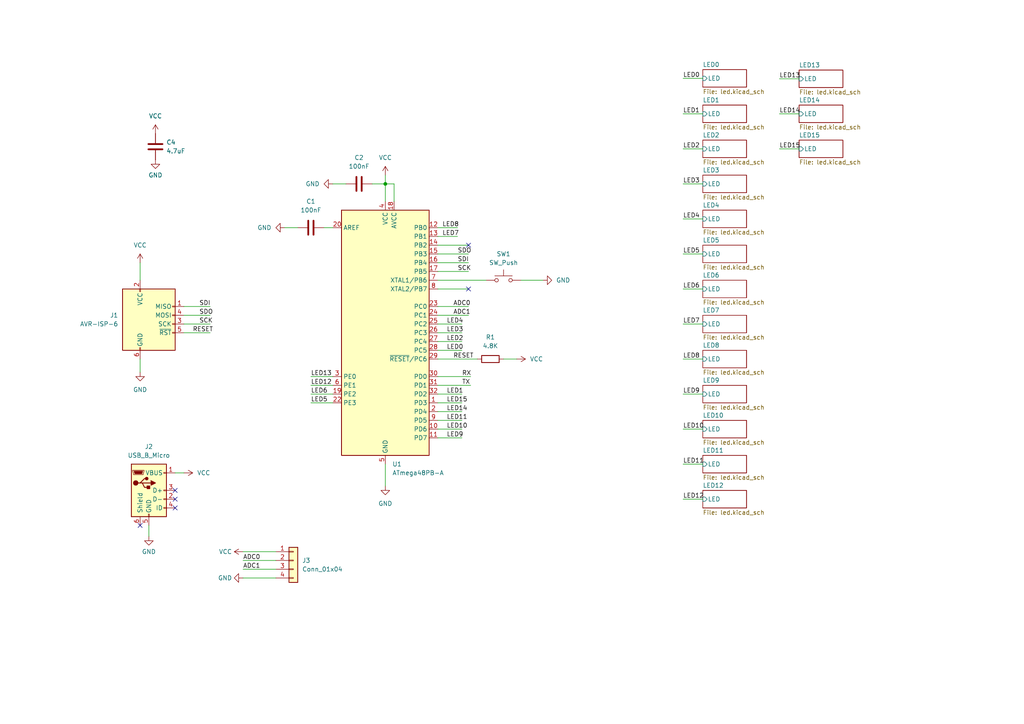
<source format=kicad_sch>
(kicad_sch (version 20211123) (generator eeschema)
  (paper "A4")
  (title_block (title "SMT For You and Me, VU meter project board") (rev "2") (company "NYC Resistor") (comment 1 "COPY < IT > RIGHT"))
  (lib_symbols
    (symbol "Connector:AVR-ISP-6" (pin_names (offset 1.016))
      (property "Reference" "J" (at -6.35 11.43 0))
      (property "Value" "AVR-ISP-6" (at 0 11.43 0))
      (symbol "AVR-ISP-6_0_1"
        (rectangle (start -2.667 -6.858) (end -2.413 -7.62))
        (rectangle (start -2.667 10.16) (end -2.413 9.398))
        (rectangle (start 7.62 -2.413) (end 6.858 -2.667))
        (rectangle (start 7.62 0.127) (end 6.858 -0.127))
        (rectangle (start 7.62 2.667) (end 6.858 2.413))
        (rectangle (start 7.62 5.207) (end 6.858 4.953))
        (rectangle (start 7.62 10.16) (end -7.62 -7.62) (stroke (width 0.254)) (fill (type background)))
      )
      (symbol "AVR-ISP-6_1_1"
        (pin passive line (at 10.16 5.08 180) (length 2.54) (name "MISO") (number "1"))
        (pin passive line (at -2.54 12.7 270) (length 2.54) (name "VCC") (number "2"))
        (pin passive line (at 10.16 0 180) (length 2.54) (name "SCK") (number "3"))
        (pin passive line (at 10.16 2.54 180) (length 2.54) (name "MOSI") (number "4"))
        (pin passive line (at 10.16 -2.54 180) (length 2.54) (name "~{RST}") (number "5"))
        (pin passive line (at -2.54 -10.16 90) (length 2.54) (name "GND") (number "6"))
      )
    )
    (symbol "Connector:USB_B_Micro" (pin_names (offset 1.016))
      (property "Reference" "J" (at -5.08 11.43 0))
      (property "Value" "USB_B_Micro" (at -5.08 8.89 0))
      (symbol "USB_B_Micro_0_1"
        (rectangle (start -5.08 -7.62) (end 5.08 7.62) (stroke (width 0.254)) (fill (type background)))
        (circle (center -3.81 2.159) (radius 0.635) (stroke (width 0.254)) (fill (type outline)))
        (circle (center -0.635 3.429) (radius 0.381) (stroke (width 0.254)) (fill (type outline)))
        (rectangle (start -0.127 -7.62) (end 0.127 -6.858))
        (polyline (pts (xy -1.905 2.159) (xy 0.635 2.159)) (stroke (width 0.254)))
        (polyline (pts (xy -3.175 2.159) (xy -2.54 2.159) (xy -1.27 3.429) (xy -0.635 3.429)) (stroke (width 0.254)))
        (polyline (pts (xy -2.54 2.159) (xy -1.905 2.159) (xy -1.27 0.889) (xy 0 0.889)) (stroke (width 0.254)))
        (polyline (pts (xy 0.635 2.794) (xy 0.635 1.524) (xy 1.905 2.159) (xy 0.635 2.794)) (stroke (width 0.254)) (fill (type outline)))
        (polyline (pts (xy -4.318 5.588) (xy -1.778 5.588) (xy -2.032 4.826) (xy -4.064 4.826) (xy -4.318 5.588)) (fill (type outline)))
        (polyline (pts (xy -4.699 5.842) (xy -4.699 5.588) (xy -4.445 4.826) (xy -4.445 4.572) (xy -1.651 4.572) (xy -1.651 4.826) (xy -1.397 5.588) (xy -1.397 5.842) (xy -4.699 5.842)))
        (rectangle (start 0.254 1.27) (end -0.508 0.508) (stroke (width 0.254)) (fill (type outline)))
        (rectangle (start 5.08 -5.207) (end 4.318 -4.953))
        (rectangle (start 5.08 -2.667) (end 4.318 -2.413))
        (rectangle (start 5.08 -0.127) (end 4.318 0.127))
        (rectangle (start 5.08 4.953) (end 4.318 5.207))
      )
      (symbol "USB_B_Micro_1_1"
        (pin power_out line (at 7.62 5.08 180) (length 2.54) (name "VBUS") (number "1"))
        (pin bidirectional line (at 7.62 -2.54 180) (length 2.54) (name "D-") (number "2"))
        (pin bidirectional line (at 7.62 0 180) (length 2.54) (name "D+") (number "3"))
        (pin passive line (at 7.62 -5.08 180) (length 2.54) (name "ID") (number "4"))
        (pin power_out line (at 0 -10.16 90) (length 2.54) (name "GND") (number "5"))
        (pin passive line (at -2.54 -10.16 90) (length 2.54) (name "Shield") (number "6"))
      )
    )
    (symbol "Connector_Generic:Conn_01x04" (pin_names (offset 1.016) hide)
      (property "Reference" "J" (at 0 5.08 0))
      (property "Value" "Conn_01x04" (at 0 -7.62 0))
      (symbol "Conn_01x04_1_1"
        (rectangle (start -1.27 -4.953) (end 0 -5.207) (stroke (width 0.1524)))
        (rectangle (start -1.27 -2.413) (end 0 -2.667) (stroke (width 0.1524)))
        (rectangle (start -1.27 0.127) (end 0 -0.127) (stroke (width 0.1524)))
        (rectangle (start -1.27 2.667) (end 0 2.413) (stroke (width 0.1524)))
        (rectangle (start -1.27 3.81) (end 1.27 -6.35) (stroke (width 0.254)) (fill (type background)))
        (pin passive line (at -5.08 2.54 0) (length 3.81) (name "Pin_1") (number "1"))
        (pin passive line (at -5.08 0 0) (length 3.81) (name "Pin_2") (number "2"))
        (pin passive line (at -5.08 -2.54 0) (length 3.81) (name "Pin_3") (number "3"))
        (pin passive line (at -5.08 -5.08 0) (length 3.81) (name "Pin_4") (number "4"))
      )
    )
    (symbol "Device:C" (pin_numbers hide) (pin_names (offset 0.254))
      (property "Reference" "C" (at 0.635 2.54 0))
      (property "Value" "C" (at 0.635 -2.54 0))
      (symbol "C_0_1"
        (polyline (pts (xy -2.032 -0.762) (xy 2.032 -0.762)) (stroke (width 0.508)))
        (polyline (pts (xy -2.032 0.762) (xy 2.032 0.762)) (stroke (width 0.508)))
      )
      (symbol "C_1_1"
        (pin passive line (at 0 3.81 270) (length 2.794) (name "~") (number "1"))
        (pin passive line (at 0 -3.81 90) (length 2.794) (name "~") (number "2"))
      )
    )
    (symbol "Device:R" (pin_numbers hide) (pin_names (offset 0))
      (property "Reference" "R" (at 2.032 0 90))
      (property "Value" "R" (at 0 0 90))
      (symbol "R_0_1"
        (rectangle (start -1.016 -2.54) (end 1.016 2.54) (stroke (width 0.254)))
      )
      (symbol "R_1_1"
        (pin passive line (at 0 3.81 270) (length 1.27) (name "~") (number "1"))
        (pin passive line (at 0 -3.81 90) (length 1.27) (name "~") (number "2"))
      )
    )
    (symbol "MCU_Microchip_ATmega:ATmega48PB-A"
      (property "Reference" "U" (at -12.7 36.83 0))
      (property "Value" "ATmega48PB-A" (at 2.54 -36.83 0))
      (symbol "ATmega48PB-A_0_1"
        (rectangle (start -12.7 -35.56) (end 12.7 35.56) (stroke (width 0.254)) (fill (type background)))
      )
      (symbol "ATmega48PB-A_1_1"
        (pin bidirectional line (at 15.24 -20.32 180) (length 2.54) (name "PD3") (number "1"))
        (pin bidirectional line (at 15.24 -27.94 180) (length 2.54) (name "PD6") (number "10"))
        (pin bidirectional line (at 15.24 -30.48 180) (length 2.54) (name "PD7") (number "11"))
        (pin bidirectional line (at 15.24 30.48 180) (length 2.54) (name "PB0") (number "12"))
        (pin bidirectional line (at 15.24 27.94 180) (length 2.54) (name "PB1") (number "13"))
        (pin bidirectional line (at 15.24 25.4 180) (length 2.54) (name "PB2") (number "14"))
        (pin bidirectional line (at 15.24 22.86 180) (length 2.54) (name "PB3") (number "15"))
        (pin bidirectional line (at 15.24 20.32 180) (length 2.54) (name "PB4") (number "16"))
        (pin bidirectional line (at 15.24 17.78 180) (length 2.54) (name "PB5") (number "17"))
        (pin power_in line (at 2.54 38.1 270) (length 2.54) (name "AVCC") (number "18"))
        (pin bidirectional line (at -15.24 -17.78 0) (length 2.54) (name "PE2") (number "19"))
        (pin bidirectional line (at 15.24 -22.86 180) (length 2.54) (name "PD4") (number "2"))
        (pin passive line (at -15.24 30.48 0) (length 2.54) (name "AREF") (number "20"))
        (pin passive line (at 0 -38.1 90) (length 2.54) hide (name "GND") (number "21"))
        (pin bidirectional line (at -15.24 -20.32 0) (length 2.54) (name "PE3") (number "22"))
        (pin bidirectional line (at 15.24 7.62 180) (length 2.54) (name "PC0") (number "23"))
        (pin bidirectional line (at 15.24 5.08 180) (length 2.54) (name "PC1") (number "24"))
        (pin bidirectional line (at 15.24 2.54 180) (length 2.54) (name "PC2") (number "25"))
        (pin bidirectional line (at 15.24 0 180) (length 2.54) (name "PC3") (number "26"))
        (pin bidirectional line (at 15.24 -2.54 180) (length 2.54) (name "PC4") (number "27"))
        (pin bidirectional line (at 15.24 -5.08 180) (length 2.54) (name "PC5") (number "28"))
        (pin bidirectional line (at 15.24 -7.62 180) (length 2.54) (name "~{RESET}/PC6") (number "29"))
        (pin bidirectional line (at -15.24 -12.7 0) (length 2.54) (name "PE0") (number "3"))
        (pin bidirectional line (at 15.24 -12.7 180) (length 2.54) (name "PD0") (number "30"))
        (pin bidirectional line (at 15.24 -15.24 180) (length 2.54) (name "PD1") (number "31"))
        (pin bidirectional line (at 15.24 -17.78 180) (length 2.54) (name "PD2") (number "32"))
        (pin power_in line (at 0 38.1 270) (length 2.54) (name "VCC") (number "4"))
        (pin power_in line (at 0 -38.1 90) (length 2.54) (name "GND") (number "5"))
        (pin bidirectional line (at -15.24 -15.24 0) (length 2.54) (name "PE1") (number "6"))
        (pin bidirectional line (at 15.24 15.24 180) (length 2.54) (name "XTAL1/PB6") (number "7"))
        (pin bidirectional line (at 15.24 12.7 180) (length 2.54) (name "XTAL2/PB7") (number "8"))
        (pin bidirectional line (at 15.24 -25.4 180) (length 2.54) (name "PD5") (number "9"))
      )
    )
    (symbol "Switch:SW_Push" (pin_numbers hide) (pin_names (offset 1.016) hide)
      (property "Reference" "SW" (at 1.27 2.54 0))
      (property "Value" "SW_Push" (at 0 -1.524 0))
      (symbol "SW_Push_0_1"
        (circle (center -2.032 0) (radius 0.508))
        (polyline (pts (xy 0 1.27) (xy 0 3.048)))
        (polyline (pts (xy 2.54 1.27) (xy -2.54 1.27)))
        (circle (center 2.032 0) (radius 0.508))
        (pin passive line (at -5.08 0 0) (length 2.54) (name "1") (number "1"))
        (pin passive line (at 5.08 0 180) (length 2.54) (name "2") (number "2"))
      )
    )
    (symbol "power:GND" (power) (pin_names (offset 0))
      (property "Value" "GND" (at 0 -3.81 0))
      (symbol "GND_0_1"
        (polyline (pts (xy 0 0) (xy 0 -1.27) (xy 1.27 -1.27) (xy 0 -2.54) (xy -1.27 -1.27) (xy 0 -1.27)))
      )
      (symbol "GND_1_1"
        (pin power_in line (at 0 0 270) (length 0) hide (name "GND") (number "1"))
      )
    )
    (symbol "power:VCC" (power) (pin_names (offset 0))
      (property "Value" "VCC" (at 0 3.81 0))
      (symbol "VCC_0_1"
        (polyline (pts (xy -0.762 1.27) (xy 0 2.54)))
        (polyline (pts (xy 0 0) (xy 0 2.54)))
        (polyline (pts (xy 0 2.54) (xy 0.762 1.27)))
      )
      (symbol "VCC_1_1"
        (pin power_in line (at 0 0 90) (length 0) hide (name "VCC") (number "1"))
      )
    )
  )
  (junction (at 111.76 53.34))
  (no_connect (at 50.8 147.32))
  (no_connect (at 50.8 142.24))
  (no_connect (at 50.8 144.78))
  (no_connect (at 135.89 71.12))
  (no_connect (at 135.89 83.82))
  (no_connect (at 40.64 152.4))
  (wire (pts (xy 82.55 66.04) (xy 86.36 66.04)))
  (wire (pts (xy 127 114.3) (xy 133.985 114.3)))
  (wire (pts (xy 146.05 104.14) (xy 149.86 104.14)))
  (wire (pts (xy 127 109.22) (xy 136.525 109.22)))
  (wire (pts (xy 127 83.82) (xy 135.89 83.82)))
  (wire (pts (xy 111.76 53.34) (xy 111.76 58.42)))
  (wire (pts (xy 127 73.66) (xy 135.89 73.66)))
  (wire (pts (xy 198.12 53.34) (xy 203.835 53.34)))
  (wire (pts (xy 111.76 134.62) (xy 111.76 140.97)))
  (wire (pts (xy 43.18 152.4) (xy 43.18 155.575)))
  (wire (pts (xy 127 116.84) (xy 133.985 116.84)))
  (wire (pts (xy 53.34 88.9) (xy 60.96 88.9)))
  (wire (pts (xy 53.34 93.98) (xy 60.96 93.98)))
  (wire (pts (xy 198.12 144.78) (xy 203.835 144.78)))
  (wire (pts (xy 53.34 91.44) (xy 60.96 91.44)))
  (wire (pts (xy 127 111.76) (xy 136.525 111.76)))
  (wire (pts (xy 127 91.44) (xy 135.89 91.44)))
  (wire (pts (xy 198.12 73.66) (xy 203.835 73.66)))
  (wire (pts (xy 107.95 53.34) (xy 111.76 53.34)))
  (wire (pts (xy 127 124.46) (xy 133.985 124.46)))
  (wire (pts (xy 198.12 22.733) (xy 203.835 22.733)))
  (wire (pts (xy 93.98 66.04) (xy 96.52 66.04)))
  (wire (pts (xy 90.17 109.22) (xy 96.52 109.22)))
  (wire (pts (xy 127 68.58) (xy 132.715 68.58)))
  (wire (pts (xy 70.485 165.1) (xy 80.01 165.1)))
  (wire (pts (xy 127 119.38) (xy 133.985 119.38)))
  (wire (pts (xy 127 71.12) (xy 135.89 71.12)))
  (wire (pts (xy 40.64 104.14) (xy 40.64 107.95)))
  (wire (pts (xy 127 101.6) (xy 133.985 101.6)))
  (wire (pts (xy 53.34 96.52) (xy 60.96 96.52)))
  (wire (pts (xy 226.06 22.86) (xy 231.775 22.86)))
  (wire (pts (xy 70.485 167.64) (xy 80.01 167.64)))
  (wire (pts (xy 127 66.04) (xy 132.715 66.04)))
  (wire (pts (xy 70.485 162.56) (xy 80.01 162.56)))
  (wire (pts (xy 198.12 33.02) (xy 203.835 33.02)))
  (wire (pts (xy 127 76.2) (xy 135.89 76.2)))
  (wire (pts (xy 226.06 33.02) (xy 231.775 33.02)))
  (wire (pts (xy 114.3 53.34) (xy 114.3 58.42)))
  (wire (pts (xy 127 127) (xy 133.985 127)))
  (wire (pts (xy 90.17 116.84) (xy 96.52 116.84)))
  (wire (pts (xy 127 121.92) (xy 133.985 121.92)))
  (wire (pts (xy 198.12 43.18) (xy 203.835 43.18)))
  (wire (pts (xy 50.8 137.16) (xy 53.34 137.16)))
  (wire (pts (xy 127 96.52) (xy 133.985 96.52)))
  (wire (pts (xy 96.52 53.34) (xy 100.33 53.34)))
  (wire (pts (xy 127 104.14) (xy 138.43 104.14)))
  (wire (pts (xy 198.12 114.3) (xy 203.835 114.3)))
  (wire (pts (xy 198.12 93.98) (xy 203.835 93.98)))
  (wire (pts (xy 151.13 81.28) (xy 157.48 81.28)))
  (wire (pts (xy 111.76 50.8) (xy 111.76 53.34)))
  (wire (pts (xy 198.12 83.82) (xy 203.835 83.82)))
  (wire (pts (xy 90.17 114.3) (xy 96.52 114.3)))
  (wire (pts (xy 127 88.9) (xy 135.89 88.9)))
  (wire (pts (xy 127 93.98) (xy 133.985 93.98)))
  (wire (pts (xy 40.64 76.2) (xy 40.64 81.28)))
  (wire (pts (xy 198.12 63.5) (xy 203.835 63.5)))
  (wire (pts (xy 198.12 134.62) (xy 203.835 134.62)))
  (wire (pts (xy 226.06 43.18) (xy 231.775 43.18)))
  (wire (pts (xy 90.17 111.76) (xy 96.52 111.76)))
  (wire (pts (xy 198.12 104.14) (xy 203.835 104.14)))
  (wire (pts (xy 198.12 124.46) (xy 203.835 124.46)))
  (wire (pts (xy 111.76 53.34) (xy 114.3 53.34)))
  (wire (pts (xy 127 78.74) (xy 135.89 78.74)))
  (wire (pts (xy 127 81.28) (xy 140.97 81.28)))
  (wire (pts (xy 70.485 160.02) (xy 80.01 160.02)))
  (wire (pts (xy 127 99.06) (xy 133.985 99.06)))
  (label "LED1" (at 129.54 114.3 0))
  (label "SDO" (at 57.785 91.44 0))
  (label "LED11" (at 198.12 134.62 0))
  (label "LED0" (at 129.54 101.6 0))
  (label "SDI" (at 57.785 88.9 0))
  (label "LED3" (at 129.54 96.52 0))
  (label "ADC0" (at 70.485 162.56 0))
  (label "LED8" (at 128.27 66.04 0))
  (label "LED5" (at 198.12 73.66 0))
  (label "TX" (at 133.985 111.76 0))
  (label "LED6" (at 198.12 83.82 0))
  (label "LED0" (at 198.12 22.733 0))
  (label "ADC1" (at 131.445 91.44 0))
  (label "LED2" (at 129.54 99.06 0))
  (label "LED10" (at 198.12 124.46 0))
  (label "RESET" (at 131.445 104.14 0))
  (label "LED11" (at 129.54 121.92 0))
  (label "LED7" (at 198.12 93.98 0))
  (label "LED14" (at 129.54 119.38 0))
  (label "ADC1" (at 70.485 165.1 0))
  (label "SDI" (at 132.715 76.2 0))
  (label "LED5" (at 90.17 116.84 0))
  (label "LED4" (at 198.12 63.5 0))
  (label "LED7" (at 128.27 68.58 0))
  (label "LED15" (at 129.54 116.84 0))
  (label "LED13" (at 90.17 109.22 0))
  (label "RESET" (at 55.88 96.52 0))
  (label "LED3" (at 198.12 53.34 0))
  (label "LED13" (at 226.06 22.86 0))
  (label "SCK" (at 132.715 78.74 0))
  (label "LED12" (at 90.17 111.76 0))
  (label "SCK" (at 57.785 93.98 0))
  (label "ADC0" (at 131.445 88.9 0))
  (label "LED9" (at 129.54 127 0))
  (label "LED10" (at 129.54 124.46 0))
  (label "LED8" (at 198.12 104.14 0))
  (label "LED6" (at 90.17 114.3 0))
  (label "LED12" (at 198.12 144.78 0))
  (label "LED14" (at 226.06 33.02 0))
  (label "LED9" (at 198.12 114.3 0))
  (label "SDO" (at 132.715 73.66 0))
  (label "LED1" (at 198.12 33.02 0))
  (label "RX" (at 133.985 109.22 0))
  (label "LED4" (at 129.54 93.98 0))
  (label "LED15" (at 226.06 43.18 0))
  (label "LED2" (at 198.12 43.18 0))
  (symbol (lib_id "power:GND") (at 70.485 167.64 270) (unit 1)
    (property "Reference" "#PWR06" (effects hide))
    (property "Value" "GND" (at 67.31 167.6399 90) (effects (justify right)))
  )
  (symbol (lib_id "Switch:SW_Push") (at 146.05 81.28 0) (mirror y) (unit 1)
    (property "Reference" "SW1" (at 146.05 73.66 0))
    (property "Value" "SW_Push" (at 146.05 76.2 0))
    (property "Footprint" "Button_Switch_SMD:SW_Push_1P1T-SH_NO_CK_KMR2xxG" (effects hide))
  )
  (symbol (lib_id "Connector_Generic:Conn_01x04") (at 85.09 162.56 0) (unit 1)
    (property "Reference" "J3" (at 87.63 162.5599 0) (effects (justify left)))
    (property "Value" "Conn_01x04" (at 87.63 165.0999 0) (effects (justify left)))
    (property "Footprint" "Connector_PinHeader_2.54mm:PinHeader_1x04_P2.54mm_Vertical" (effects hide))
  )
  (symbol (lib_id "power:VCC") (at 149.86 104.14 270) (unit 1)
    (property "Reference" "#PWR012" (effects hide))
    (property "Value" "VCC" (at 153.67 104.1399 90) (effects (justify left)))
  )
  (symbol (lib_id "power:GND") (at 45.085 46.355 0) (unit 1)
    (property "Reference" "#PWR030" (effects hide))
    (property "Value" "GND" (at 45.085 50.8 0))
  )
  (symbol (lib_id "Device:C") (at 45.085 42.545 0) (unit 1)
    (property "Reference" "C4" (at 48.26 41.2749 0) (effects (justify left)))
    (property "Value" "4.7uF" (at 48.26 43.8149 0) (effects (justify left)))
    (property "Footprint" "Capacitor_SMD:C_0805_2012Metric_Pad1.18x1.45mm_HandSolder" (effects hide))
  )
  (symbol (lib_id "power:GND") (at 40.64 107.95 0) (unit 1)
    (property "Reference" "#PWR02" (effects hide))
    (property "Value" "GND" (at 40.64 113.03 0))
  )
  (symbol (lib_id "Connector:AVR-ISP-6") (at 43.18 93.98 0) (unit 1)
    (property "Reference" "J1" (at 34.29 91.4399 0) (effects (justify right)))
    (property "Value" "AVR-ISP-6" (at 34.29 93.9799 0) (effects (justify right)))
    (property "Footprint" "Connector_PinHeader_2.54mm:PinHeader_2x03_P2.54mm_Vertical" (effects hide))
    (property "Datasheet" " ~" (effects hide))
  )
  (symbol (lib_id "Connector:USB_B_Micro") (at 43.18 142.24 0) (unit 1)
    (property "Reference" "J2" (at 43.18 129.54 0))
    (property "Value" "USB_B_Micro" (at 43.18 132.08 0))
    (property "Footprint" "Connector_USB:USB_Micro-B_Amphenol_10118194_Horizontal" (effects hide))
  )
  (symbol (lib_id "power:VCC") (at 40.64 76.2 0) (unit 1)
    (property "Reference" "#PWR01" (effects hide))
    (property "Value" "VCC" (at 40.64 71.12 0))
  )
  (symbol (lib_id "MCU_Microchip_ATmega:ATmega48PB-A") (at 111.76 96.52 0) (unit 1)
    (property "Reference" "U1" (at 113.7794 134.62 0) (effects (justify left)))
    (property "Value" "ATmega48PB-A" (at 113.7794 137.16 0) (effects (justify left)))
    (property "Footprint" "Package_QFP:TQFP-32_7x7mm_P0.8mm" (effects hide))
    (property "Datasheet" "http://ww1.microchip.com/downloads/en/DeviceDoc/40001909A.pdf" (effects hide))
  )
  (symbol (lib_id "power:GND") (at 157.48 81.28 90) (unit 1)
    (property "Reference" "#PWR011" (effects hide))
    (property "Value" "GND" (at 161.29 81.2799 90) (effects (justify right)))
  )
  (symbol (lib_id "Device:R") (at 142.24 104.14 90) (unit 1)
    (property "Reference" "R1" (at 142.24 97.79 90))
    (property "Value" "4.8K" (at 142.24 100.33 90))
    (property "Footprint" "Resistor_SMD:R_0805_2012Metric_Pad1.20x1.40mm_HandSolder" (effects hide))
  )
  (symbol (lib_id "power:GND") (at 82.55 66.04 270) (unit 1)
    (property "Reference" "#PWR07" (effects hide))
    (property "Value" "GND" (at 78.74 66.0399 90) (effects (justify right)))
  )
  (symbol (lib_id "power:GND") (at 111.76 140.97 0) (unit 1)
    (property "Reference" "#PWR010" (effects hide))
    (property "Value" "GND" (at 111.76 146.05 0))
  )
  (symbol (lib_id "power:VCC") (at 45.085 38.735 0) (unit 1)
    (property "Reference" "#PWR013" (effects hide))
    (property "Value" "VCC" (at 45.085 33.655 0))
  )
  (symbol (lib_id "Device:C") (at 90.17 66.04 90) (unit 1)
    (property "Reference" "C1" (at 90.17 58.42 90))
    (property "Value" "100nF" (at 90.17 60.96 90))
    (property "Footprint" "Capacitor_SMD:C_0805_2012Metric_Pad1.18x1.45mm_HandSolder" (effects hide))
  )
  (symbol (lib_id "power:GND") (at 43.18 155.575 0) (unit 1)
    (property "Reference" "#PWR03" (effects hide))
    (property "Value" "GND" (at 43.18 160.02 0))
  )
  (symbol (lib_id "Device:C") (at 104.14 53.34 90) (unit 1)
    (property "Reference" "C2" (at 104.14 45.72 90))
    (property "Value" "100nF" (at 104.14 48.26 90))
    (property "Footprint" "Capacitor_SMD:C_0805_2012Metric_Pad1.18x1.45mm_HandSolder" (effects hide))
  )
  (symbol (lib_id "power:VCC") (at 53.34 137.16 270) (unit 1)
    (property "Reference" "#PWR04" (effects hide))
    (property "Value" "VCC" (at 57.15 137.1599 90) (effects (justify left)))
  )
  (symbol (lib_id "power:VCC") (at 111.76 50.8 0) (unit 1)
    (property "Reference" "#PWR09" (effects hide))
    (property "Value" "VCC" (at 111.76 45.72 0))
  )
  (symbol (lib_id "power:GND") (at 96.52 53.34 270) (unit 1)
    (property "Reference" "#PWR08" (effects hide))
    (property "Value" "GND" (at 92.71 53.3399 90) (effects (justify right)))
  )
  (symbol (lib_id "power:VCC") (at 70.485 160.02 90) (unit 1)
    (property "Reference" "#PWR05" (effects hide))
    (property "Value" "VCC" (at 67.31 160.0199 90) (effects (justify left)))
  )
  (sheet (at 203.835 60.96) (size 12.7 5.08) (stroke (width 0.1524))
    (property "Sheet name" "LED4" (at 203.835 60.2484 0) (effects (justify left bottom)))
    (property "Sheet file" "led.kicad_sch" (at 203.835 66.6246 0) (effects (justify left top)))
    (pin "LED" input (at 203.835 63.5 180))
  )
  (sheet (at 203.835 111.76) (size 12.7 5.08) (stroke (width 0.1524))
    (property "Sheet name" "LED9" (at 203.835 111.0484 0) (effects (justify left bottom)))
    (property "Sheet file" "led.kicad_sch" (at 203.835 117.4246 0) (effects (justify left top)))
    (pin "LED" input (at 203.835 114.3 180))
  )
  (sheet (at 203.835 121.92) (size 12.7 5.08) (stroke (width 0.1524))
    (property "Sheet name" "LED10" (at 203.835 121.2084 0) (effects (justify left bottom)))
    (property "Sheet file" "led.kicad_sch" (at 203.835 127.5846 0) (effects (justify left top)))
    (pin "LED" input (at 203.835 124.46 180))
  )
  (sheet (at 231.775 20.32) (size 12.7 5.08) (stroke (width 0.1524))
    (property "Sheet name" "LED13" (at 231.775 19.6084 0) (effects (justify left bottom)))
    (property "Sheet file" "led.kicad_sch" (at 231.775 25.9846 0) (effects (justify left top)))
    (pin "LED" input (at 231.775 22.86 180))
  )
  (sheet (at 231.775 30.48) (size 12.7 5.08) (stroke (width 0.1524))
    (property "Sheet name" "LED14" (at 231.775 29.7684 0) (effects (justify left bottom)))
    (property "Sheet file" "led.kicad_sch" (at 231.775 36.1446 0) (effects (justify left top)))
    (pin "LED" input (at 231.775 33.02 180))
  )
  (sheet (at 203.835 50.8) (size 12.7 5.08) (stroke (width 0.1524))
    (property "Sheet name" "LED3" (at 203.835 50.0884 0) (effects (justify left bottom)))
    (property "Sheet file" "led.kicad_sch" (at 203.835 56.4646 0) (effects (justify left top)))
    (pin "LED" input (at 203.835 53.34 180))
  )
  (sheet (at 203.835 71.12) (size 12.7 5.08) (stroke (width 0.1524))
    (property "Sheet name" "LED5" (at 203.835 70.4084 0) (effects (justify left bottom)))
    (property "Sheet file" "led.kicad_sch" (at 203.835 76.7846 0) (effects (justify left top)))
    (pin "LED" input (at 203.835 73.66 180))
  )
  (sheet (at 203.835 101.6) (size 12.7 5.08) (stroke (width 0.1524))
    (property "Sheet name" "LED8" (at 203.835 100.8884 0) (effects (justify left bottom)))
    (property "Sheet file" "led.kicad_sch" (at 203.835 107.2646 0) (effects (justify left top)))
    (pin "LED" input (at 203.835 104.14 180))
  )
  (sheet (at 203.835 132.08) (size 12.7 5.08) (stroke (width 0.1524))
    (property "Sheet name" "LED11" (at 203.835 131.3684 0) (effects (justify left bottom)))
    (property "Sheet file" "led.kicad_sch" (at 203.835 137.7446 0) (effects (justify left top)))
    (pin "LED" input (at 203.835 134.62 180))
  )
  (sheet (at 203.835 91.44) (size 12.7 5.08) (stroke (width 0.1524))
    (property "Sheet name" "LED7" (at 203.835 90.7284 0) (effects (justify left bottom)))
    (property "Sheet file" "led.kicad_sch" (at 203.835 97.1046 0) (effects (justify left top)))
    (pin "LED" input (at 203.835 93.98 180))
  )
  (sheet (at 203.835 142.24) (size 12.7 5.08) (stroke (width 0.1524))
    (property "Sheet name" "LED12" (at 203.835 141.5284 0) (effects (justify left bottom)))
    (property "Sheet file" "led.kicad_sch" (at 203.835 147.9046 0) (effects (justify left top)))
    (pin "LED" input (at 203.835 144.78 180))
  )
  (sheet (at 203.835 81.28) (size 12.7 5.08) (stroke (width 0.1524))
    (property "Sheet name" "LED6" (at 203.835 80.5684 0) (effects (justify left bottom)))
    (property "Sheet file" "led.kicad_sch" (at 203.835 86.9446 0) (effects (justify left top)))
    (pin "LED" input (at 203.835 83.82 180))
  )
  (sheet (at 203.835 30.48) (size 12.7 5.08) (stroke (width 0.1524))
    (property "Sheet name" "LED1" (at 203.835 29.7684 0) (effects (justify left bottom)))
    (property "Sheet file" "led.kicad_sch" (at 203.835 36.1446 0) (effects (justify left top)))
    (pin "LED" input (at 203.835 33.02 180))
  )
  (sheet (at 203.835 40.64) (size 12.7 5.08) (stroke (width 0.1524))
    (property "Sheet name" "LED2" (at 203.835 39.9284 0) (effects (justify left bottom)))
    (property "Sheet file" "led.kicad_sch" (at 203.835 46.3046 0) (effects (justify left top)))
    (pin "LED" input (at 203.835 43.18 180))
  )
  (sheet (at 203.835 20.193) (size 12.7 5.08) (stroke (width 0.1524))
    (property "Sheet name" "LED0" (at 203.835 19.4814 0) (effects (justify left bottom)))
    (property "Sheet file" "led.kicad_sch" (at 203.835 25.8576 0) (effects (justify left top)))
    (pin "LED" input (at 203.835 22.733 180))
  )
  (sheet (at 231.775 40.64) (size 12.7 5.08) (stroke (width 0.1524))
    (property "Sheet name" "LED15" (at 231.775 39.9284 0) (effects (justify left bottom)))
    (property "Sheet file" "led.kicad_sch" (at 231.775 46.3046 0) (effects (justify left top)))
    (pin "LED" input (at 231.775 43.18 180))
  )
)
</source>
